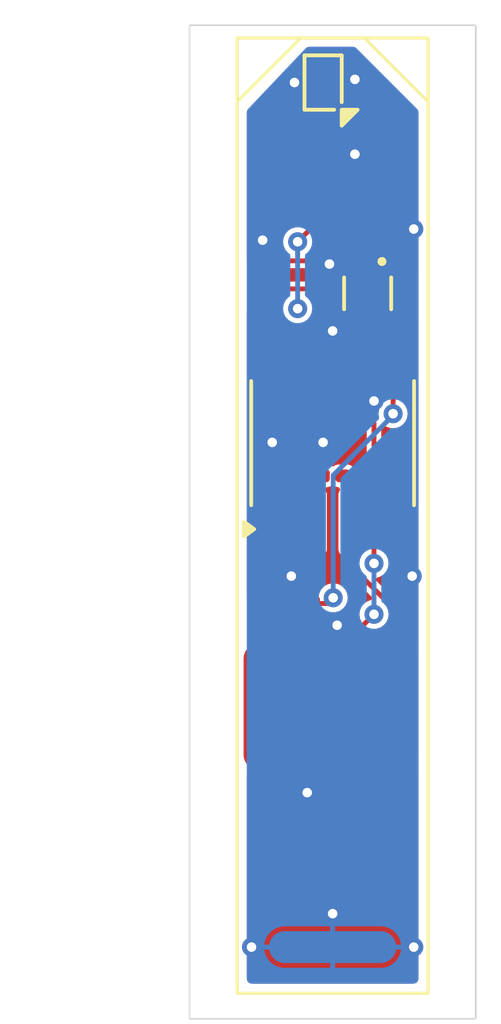
<source format=kicad_pcb>
(kicad_pcb (version 20240108) (generator "pcbnew") (generator_version "8.0")
  (layers (0 "F.Cu" signal) (31 "B.Cu" signal) (34 "B.Paste" user) (35 "F.Paste" user) (36 "B.SilkS" user "B.Silkscreen") (37 "F.SilkS" user "F.Silkscreen") (38 "B.Mask" user) (39 "F.Mask" user) (44 "Edge.Cuts" user))
  (net 0 "")
  (net 1 "+5V")
  (net 2 "GND")
  (net 3 "+3.3V")
  (net 4 "/SCL2")
  (net 5 "/SDA2")
  (net 6 "/SDA1")
  (net 7 "/SCL1")
  (net 9 "Net-(FB101-Pad1)")
  (footprint "0_Pad:Oval_Pad_1.0x4.0mm" (layer "F.Cu") (at 82.7 71)
    (property "Reference" "TP101" (hide yes))
    (property "Value" "P5V")
    (pad "1" smd oval (at 0 0) (size 1 4) (layers "F.Cu" "F.Mask") (net 9 "Net-(FB101-Pad1)"))
  )
  (footprint "Capacitor_SMD:C_0201_0603Metric" (layer "F.Cu") (at 86.1 56.717322 180)
    (property "Reference" "C104" (hide yes))
    (property "Value" "104C6P3")
    (pad "1" smd roundrect (at -0.32 0 180) (size 0.46 0.4) (layers "F.Cu" "F.Mask") (net 3 "+3.3V"))
    (pad "2" smd roundrect (at 0.32 0 180) (size 0.46 0.4) (layers "F.Cu" "F.Mask") (net 2 "GND"))
  )
  (footprint "0_Pad:Oval_Pad_1.0x4.0mm" (layer "F.Cu") (at 85.7 71)
    (property "Reference" "TP103" (hide yes))
    (property "Value" "P5V")
    (pad "1" smd oval (at 0 0) (size 1 4) (layers "F.Cu" "F.Mask") (net 4 "/SCL2"))
  )
  (footprint "0_Pad:Oval_Pad_1.0x4.0mm" (layer "F.Cu") (at 84.2 71)
    (property "Reference" "TP102" (hide yes))
    (property "Value" "P5V")
    (pad "1" smd oval (at 0 0) (size 1 4) (layers "F.Cu" "F.Mask") (net 2 "GND"))
  )
  (footprint "Inductor_SMD:L_0201_0603Metric" (layer "F.Cu") (at 82.8 68.08 90)
    (property "Reference" "FB101" (hide yes))
    (property "Value" "BLM03BX182SN1D")
    (pad "1" smd roundrect (at -0.32 0 90) (size 0.46 0.4) (layers "F.Cu" "F.Mask") (net 9 "Net-(FB101-Pad1)"))
    (pad "2" smd roundrect (at 0.32 0 90) (size 0.46 0.4) (layers "F.Cu" "F.Mask") (net 1 "+5V"))
  )
  (footprint "Resistor_SMD:R_0201_0603Metric" (layer "F.Cu") (at 87.3 58 90)
    (property "Reference" "R103" (hide yes))
    (property "Value" "0")
    (pad "1" smd roundrect (at -0.32 0 90) (size 0.46 0.4) (layers "F.Cu" "F.Mask") (net 1 "+5V"))
    (pad "2" smd roundrect (at 0.32 0 90) (size 0.46 0.4) (layers "F.Cu" "F.Mask") (net 3 "+3.3V"))
  )
  (footprint "0_Pad:Oval_Pad_1.0x4.0mm" (layer "F.Cu") (at 87.2 71)
    (property "Reference" "TP104" (hide yes))
    (property "Value" "P5V")
    (pad "1" smd oval (at 0 0) (size 1 4) (layers "F.Cu" "F.Mask") (net 5 "/SDA2"))
  )
  (footprint "Resistor_SMD:R_0201_0603Metric" (layer "F.Cu") (at 84.6 58.2 -90)
    (property "Reference" "R105" (hide yes))
    (property "Value" "333C1S20")
    (pad "1" smd roundrect (at -0.32 0 270) (size 0.46 0.4) (layers "F.Cu" "F.Mask") (net 1 "+5V"))
    (pad "2" smd roundrect (at 0.32 0 270) (size 0.46 0.4) (layers "F.Cu" "F.Mask") (net 7 "/SCL1"))
  )
  (footprint "Resistor_SMD:R_0201_0603Metric" (layer "F.Cu") (at 83.1 58.2 -90)
    (property "Reference" "R102" (hide yes))
    (property "Value" "333C1S20")
    (pad "1" smd roundrect (at -0.32 0 270) (size 0.46 0.4) (layers "F.Cu" "F.Mask") (net 1 "+5V"))
    (pad "2" smd roundrect (at 0.32 0 270) (size 0.46 0.4) (layers "F.Cu" "F.Mask") (net 6 "/SDA1"))
  )
  (footprint "Package_SON:Texas_X2SON-4_1x1mm_P0.65mm" (layer "F.Cu") (at 86.1 58.02 -90)
    (property "Reference" "U101" (hide yes))
    (property "Value" "TPS7A2033DQN")
    (fp_line (start -0.5 0.74) (end 0.5 0.74) (stroke (width 0.12)) (layer "F.SilkS"))
    (fp_line (start -0.5 -0.74) (end 0.5 -0.74) (stroke (width 0.12)) (layer "F.SilkS"))
    (fp_circle (center -1 -0.45) (end -0.86 -0.46) (fill solid) (layer "F.SilkS"))
    (pad "1" smd custom (at -0.43 -0.325 270) (size 0.148492 0.148492) (layers "F.Cu") (net 3 "+3.3V") (options (clearance outline) (anchor circle)) (primitives (gr_poly (pts (xy 0.23 -0.054289) (xy 0.020711 0.155) (xy -0.23 0.155) (xy -0.23 -0.155) (xy 0.23 -0.155)) (width 0) (fill yes))))
    (pad "2" smd custom (at -0.43 0.325 270) (size 0.148492 0.148492) (layers "F.Cu") (net 2 "GND") (options (clearance outline) (anchor circle)) (primitives (gr_poly (pts (xy 0.23 0.054289) (xy 0.23 0.155) (xy -0.23 0.155) (xy -0.23 -0.155) (xy 0.020711 -0.155)) (width 0) (fill yes))))
    (pad "3" smd custom (at 0.43 0.325 270) (size 0.148492 0.148492) (layers "F.Cu") (net 1 "+5V") (options (clearance outline) (anchor circle)) (primitives (gr_poly (pts (xy 0.23 0.155) (xy -0.23 0.155) (xy -0.23 0.054289) (xy -0.020711 -0.155) (xy 0.23 -0.155)) (width 0) (fill yes))))
    (pad "4" smd custom (at 0.43 -0.325 270) (size 0.148492 0.148492) (layers "F.Cu") (net 1 "+5V") (options (clearance outline) (anchor circle)) (primitives (gr_poly (pts (xy 0.23 0.155) (xy -0.020711 0.155) (xy -0.23 -0.054289) (xy -0.23 -0.155) (xy 0.23 -0.155)) (width 0) (fill yes))))
    (pad "5" smd roundrect (at 0 0 315) (size 0.58 0.58) (layers "F.Cu" "F.Paste" "F.Mask") (net 2 "GND"))
  )
  (footprint "Capacitor_SMD:C_0201_0603Metric" (layer "F.Cu") (at 83.6 68.08 -90)
    (property "Reference" "C102" (hide yes))
    (property "Value" "104C6P3")
    (pad "1" smd roundrect (at -0.32 0 270) (size 0.46 0.4) (layers "F.Cu" "F.Mask") (net 1 "+5V"))
    (pad "2" smd roundrect (at 0.32 0 270) (size 0.46 0.4) (layers "F.Cu" "F.Mask") (net 2 "GND"))
  )
  (footprint "Capacitor_SMD:C_0201_0603Metric" (layer "F.Cu") (at 84.4 68.08 -90)
    (property "Reference" "C101" (hide yes))
    (property "Value" "105C10")
    (pad "1" smd roundrect (at -0.32 0 270) (size 0.46 0.4) (layers "F.Cu" "F.Mask") (net 1 "+5V"))
    (pad "2" smd roundrect (at 0.32 0 270) (size 0.46 0.4) (layers "F.Cu" "F.Mask") (net 2 "GND"))
  )
  (footprint "Resistor_SMD:R_0201_0603Metric" (layer "F.Cu") (at 85 63.75 180)
    (property "Reference" "R101" (hide yes))
    (property "Value" "0")
    (pad "1" smd roundrect (at -0.32 0 180) (size 0.46 0.4) (layers "F.Cu" "F.Mask") (net 5 "/SDA2"))
    (pad "2" smd roundrect (at 0.32 0 180) (size 0.46 0.4) (layers "F.Cu" "F.Mask") (net 6 "/SDA1"))
  )
  (footprint "Package_BGA:Texas_DSBGA-6_0.95x1.488mm_Layout2x3_P0.4mm" (layer "F.Cu") (at 84.7 51.4 180)
    (property "Reference" "U103" (hide yes))
    (property "Value" "TMP119AIYBGR")
    (fp_line (start 0.585 0.854) (end -0.585 0.854) (stroke (width 0.12)) (layer "F.SilkS"))
    (fp_line (start 0.585 -0.854) (end 0.585 0.854) (stroke (width 0.12)) (layer "F.SilkS"))
    (fp_line (start -0.3475 -0.854) (end 0.585 -0.854) (stroke (width 0.12)) (layer "F.SilkS"))
    (fp_line (start -0.585 0.854) (end -0.585 -0.6165) (stroke (width 0.12)) (layer "F.SilkS"))
    (fp_poly (pts (xy -0.585 -0.854) (xy -1.085 -0.854) (xy -0.585 -1.354) (xy -0.585 -0.854)) (stroke (width 0.12)) (fill solid) (layer "F.SilkS"))
    (pad "A1" smd circle (at -0.2 -0.4 180) (size 0.25 0.25) (property pad_prop_bga) (layers "F.Cu" "F.Paste" "F.Mask") (net 6 "/SDA1"))
    (pad "A2" smd circle (at 0.2 -0.4 180) (size 0.25 0.25) (property pad_prop_bga) (layers "F.Cu" "F.Paste" "F.Mask") (net 7 "/SCL1"))
    (pad "B1" smd circle (at -0.2 0 180) (size 0.25 0.25) (property pad_prop_bga) (layers "F.Cu" "F.Paste" "F.Mask") (net 3 "+3.3V"))
    (pad "B2" smd circle (at 0.2 0 180) (size 0.25 0.25) (property pad_prop_bga) (layers "F.Cu" "F.Paste" "F.Mask") (net 2 "GND"))
    (pad "C1" smd circle (at -0.2 0.4 180) (size 0.25 0.25) (property pad_prop_bga) (layers "F.Cu" "F.Paste" "F.Mask") (net 2 "GND"))
    (pad "C2" smd circle (at 0.2 0.4 180) (size 0.25 0.25) (property pad_prop_bga) (layers "F.Cu" "F.Paste" "F.Mask"))
  )
  (footprint "Package_SO:SOIC-8_3.9x4.9mm_P1.27mm" (layer "F.Cu") (at 85 62.725 90)
    (property "Reference" "U102" (hide yes))
    (property "Value" "P82B715DR")
    (fp_line (start 0 -2.56) (end 1.95 -2.56) (stroke (width 0.12)) (layer "F.SilkS"))
    (fp_line (start 0 -2.56) (end -1.95 -2.56) (stroke (width 0.12)) (layer "F.SilkS"))
    (fp_line (start 0 2.56) (end 1.95 2.56) (stroke (width 0.12)) (layer "F.SilkS"))
    (fp_line (start 0 2.56) (end -1.95 2.56) (stroke (width 0.12)) (layer "F.SilkS"))
    (fp_poly (pts (xy -2.7 -2.465) (xy -2.94 -2.795) (xy -2.46 -2.795) (xy -2.7 -2.465)) (stroke (width 0.12)) (fill solid) (layer "F.SilkS"))
    (pad "1" smd roundrect (at -2.475 -1.905 90) (size 1.95 0.6) (layers "F.Cu" "F.Paste" "F.Mask"))
    (pad "2" smd roundrect (at -2.475 -0.635 90) (size 1.95 0.6) (layers "F.Cu" "F.Paste" "F.Mask") (net 6 "/SDA1"))
    (pad "3" smd roundrect (at -2.475 0.635 90) (size 1.95 0.6) (layers "F.Cu" "F.Paste" "F.Mask") (net 5 "/SDA2"))
    (pad "4" smd roundrect (at -2.475 1.905 90) (size 1.95 0.6) (layers "F.Cu" "F.Paste" "F.Mask") (net 2 "GND"))
    (pad "5" smd roundrect (at 2.475 1.905 90) (size 1.95 0.6) (layers "F.Cu" "F.Paste" "F.Mask") (net 1 "+5V"))
    (pad "6" smd roundrect (at 2.475 0.635 90) (size 1.95 0.6) (layers "F.Cu" "F.Paste" "F.Mask") (net 4 "/SCL2"))
    (pad "7" smd roundrect (at 2.475 -0.635 90) (size 1.95 0.6) (layers "F.Cu" "F.Paste" "F.Mask") (net 7 "/SCL1"))
    (pad "8" smd roundrect (at 2.475 -1.905 90) (size 1.95 0.6) (layers "F.Cu" "F.Paste" "F.Mask"))
  )
  (footprint "Capacitor_SMD:C_0201_0603Metric" (layer "F.Cu") (at 86.65 52.455 90)
    (property "Reference" "C103" (hide yes))
    (property "Value" "104C6P3")
    (pad "1" smd roundrect (at -0.32 0 90) (size 0.46 0.4) (layers "F.Cu" "F.Mask") (net 3 "+3.3V"))
    (pad "2" smd roundrect (at 0.32 0 90) (size 0.46 0.4) (layers "F.Cu" "F.Mask") (net 2 "GND"))
  )
  (footprint "Resistor_SMD:R_0201_0603Metric" (layer "F.Cu") (at 85 61.75 180)
    (property "Reference" "R104" (hide yes))
    (property "Value" "0")
    (pad "1" smd roundrect (at -0.32 0 180) (size 0.46 0.4) (layers "F.Cu" "F.Mask") (net 4 "/SCL2"))
    (pad "2" smd roundrect (at 0.32 0 180) (size 0.46 0.4) (layers "F.Cu" "F.Mask") (net 7 "/SCL1"))
  )
  (footprint "0_Pad:Oval_Pad_1.0x4.0mm" (layer "B.Cu") (at 85 78.55 90)
    (property "Reference" "TP105" (hide yes))
    (property "Value" "P5V")
    (pad "1" smd oval (at 0 0 90) (size 1 4) (layers "B.Cu" "B.Mask") (net 2 "GND"))
  )
  (gr_line (start 88 52) (end 86 50) (stroke (width 0.1)) (layer "F.SilkS"))
  (gr_rect (start 82 50) (end 88 80) (stroke (width 0.1)) (fill none) (layer "F.SilkS"))
  (gr_line (start 84 50) (end 86.18 50) (stroke (width 0.1)) (layer "F.SilkS"))
  (gr_line (start 82 52) (end 84 50) (stroke (width 0.1)) (layer "F.SilkS"))
  (gr_rect (start 80.5 49.6) (end 89.5 80.8) (stroke (width 0.05)) (fill none) (layer "Edge.Cuts"))
  (segment (start 86.88 58.32) (end 87.3 58.32) (width 0.1524) (layer "F.Cu") (net 1))
  (segment (start 86.8 59) (end 86.905 59.105) (width 0.1524) (layer "F.Cu") (net 1))
  (segment (start 83.6 67.76) (end 84.4 67.76) (width 0.1524) (layer "F.Cu") (net 1))
  (segment (start 84.4 67.76) (end 84.837681 67.76) (width 0.1524) (layer "F.Cu") (net 1))
  (segment (start 85.775 58.85) (end 85.925 59) (width 0.1524) (layer "F.Cu") (net 1))
  (segment (start 86.425 59) (end 86.425 58.45) (width 0.1524) (layer "F.Cu") (net 1))
  (segment (start 85.45 58.45) (end 84.88 57.88) (width 0.1524) (layer "F.Cu") (net 1))
  (segment (start 84.837681 67.76) (end 85.016866 67.580815) (width 0.1524) (layer "F.Cu") (net 1))
  (segment (start 84.6 57.88) (end 83.1 57.88) (width 0.1524) (layer "F.Cu") (net 1))
  (segment (start 82.8 67.76) (end 83.6 67.76) (width 0.1524) (layer "F.Cu") (net 1))
  (segment (start 86.9 61.4) (end 86.905 61.395) (width 0.1524) (layer "F.Cu") (net 1))
  (segment (start 86.425 58.45) (end 86.75 58.45) (width 0.1524) (layer "F.Cu") (net 1))
  (segment (start 85.925 59) (end 86.425 59) (width 0.1524) (layer "F.Cu") (net 1))
  (segment (start 85.775 58.45) (end 85.775 58.85) (width 0.1524) (layer "F.Cu") (net 1))
  (segment (start 86.425 59) (end 86.8 59) (width 0.1524) (layer "F.Cu") (net 1))
  (segment (start 86.905 61.395) (end 86.905 60.25) (width 0.1524) (layer "F.Cu") (net 1))
  (segment (start 86.75 58.45) (end 86.88 58.32) (width 0.1524) (layer "F.Cu") (net 1))
  (segment (start 84.88 57.88) (end 84.6 57.88) (width 0.1524) (layer "F.Cu") (net 1))
  (segment (start 85.775 58.45) (end 85.45 58.45) (width 0.1524) (layer "F.Cu") (net 1))
  (segment (start 86.905 59.105) (end 86.905 60.25) (width 0.1524) (layer "F.Cu") (net 1))
  (segment (start 86.9 61.8) (end 86.9 61.4) (width 0.1524) (layer "F.Cu") (net 1))
  (via (at 85.016866 67.580815) (size 0.6) (drill 0.3) (layers "F.Cu" "B.Cu") (net 1))
  (via (at 86.9 61.8) (size 0.6) (drill 0.3) (layers "F.Cu" "B.Cu") (net 1))
  (segment (start 86.9 61.7) (end 86.9 61.8) (width 0.1524) (layer "B.Cu") (net 1))
  (segment (start 86.9 61.85) (end 85.016866 63.733134) (width 0.1524) (layer "B.Cu") (net 1))
  (segment (start 86.9 61.8) (end 86.9 61.85) (width 0.1524) (layer "B.Cu") (net 1))
  (segment (start 85.016866 63.733134) (end 85.016866 67.580815) (width 0.1524) (layer "B.Cu") (net 1))
  (via (at 87.55 78.55) (size 0.6) (drill 0.3) (layers "F.Cu" "B.Cu") (net 2))
  (via (at 84.2 73.7) (size 0.6) (drill 0.3) (layers "F.Cu" "B.Cu") (net 2))
  (via (at 85.7 51.3) (size 0.6) (drill 0.3) (layers "F.Cu" "B.Cu") (net 2))
  (via (at 83.1 62.7) (size 0.6) (drill 0.3) (layers "F.Cu" "B.Cu") (net 2))
  (via (at 87.55 56) (size 0.6) (drill 0.3) (layers "F.Cu" "B.Cu") (net 2))
  (via (at 86.3 61.4) (size 0.6) (drill 0.3) (layers "F.Cu" "B.Cu") (net 2))
  (via (at 84.9 57.1) (size 0.6) (drill 0.3) (layers "F.Cu" "B.Cu") (net 2))
  (via (at 84.7 62.7) (size 0.6) (drill 0.3) (layers "F.Cu" "B.Cu") (net 2))
  (via (at 82.45 78.55) (size 0.6) (drill 0.3) (layers "F.Cu" "B.Cu") (net 2))
  (via (at 82.8 56.35) (size 0.6) (drill 0.3) (layers "F.Cu" "B.Cu") (net 2))
  (via (at 85.141505 68.442542) (size 0.6) (drill 0.3) (layers "F.Cu" "B.Cu") (net 2))
  (via (at 85 77.5) (size 0.6) (drill 0.3) (layers "F.Cu" "B.Cu") (net 2))
  (via (at 85 59.2) (size 0.6) (drill 0.3) (layers "F.Cu" "B.Cu") (net 2))
  (via (at 85.7 53.65) (size 0.6) (drill 0.3) (layers "F.Cu" "B.Cu") (net 2))
  (via (at 83.7 66.9) (size 0.6) (drill 0.3) (layers "F.Cu" "B.Cu") (net 2))
  (via (at 83.8 51.4) (size 0.6) (drill 0.3) (layers "F.Cu" "B.Cu") (net 2))
  (via (at 87.5 66.9) (size 0.6) (drill 0.3) (layers "F.Cu" "B.Cu") (net 2))
  (segment (start 86.945 53.07) (end 86.65 52.775) (width 0.1524) (layer "F.Cu") (net 3))
  (segment (start 85.052446 51.4) (end 84.9 51.4) (width 0.1524) (layer "F.Cu") (net 3))
  (segment (start 86.73 57.59) (end 86.82 57.68) (width 0.1524) (layer "F.Cu") (net 3))
  (segment (start 86.425 57.59) (end 86.425 56.722322) (width 0.1524) (layer "F.Cu") (net 3))
  (segment (start 86.42 56.717322) (end 86.827678 56.717322) (width 0.1524) (layer "F.Cu") (net 3))
  (segment (start 86.425 57.59) (end 86.73 57.59) (width 0.1524) (layer "F.Cu") (net 3))
  (segment (start 86.82 57.68) (end 87.3 57.68) (width 0.1524) (layer "F.Cu") (net 3))
  (segment (start 86.945 56.6) (end 86.945 53.07) (width 0.1524) (layer "F.Cu") (net 3))
  (segment (start 86.65 52.775) (end 86.427446 52.775) (width 0.1524) (layer "F.Cu") (net 3))
  (segment (start 86.827678 56.717322) (end 86.945 56.6) (width 0.1524) (layer "F.Cu") (net 3))
  (segment (start 86.427446 52.775) (end 85.052446 51.4) (width 0.1524) (layer "F.Cu") (net 3))
  (segment (start 86.299994 62.099994) (end 86.299994 66.5) (width 0.1524) (layer "F.Cu") (net 4))
  (segment (start 85.635 61.435) (end 86.299994 62.099994) (width 0.1524) (layer "F.Cu") (net 4))
  (segment (start 85.75 71) (end 85.75 68.649994) (width 0.1524) (layer "F.Cu") (net 4))
  (segment (start 85.635 61.435) (end 85.32 61.75) (width 0.1524) (layer "F.Cu") (net 4))
  (segment (start 85.75 68.649994) (end 86.299994 68.1) (width 0.1524) (layer "F.Cu") (net 4))
  (segment (start 85.635 60.25) (end 85.635 61.435) (width 0.1524) (layer "F.Cu") (net 4))
  (via (at 86.299994 68.1) (size 0.6) (drill 0.3) (layers "F.Cu" "B.Cu") (net 4))
  (via (at 86.299994 66.5) (size 0.6) (drill 0.3) (layers "F.Cu" "B.Cu") (net 4))
  (segment (start 86.299994 66.5) (end 86.299994 68.1) (width 0.1524) (layer "B.Cu") (net 4))
  (segment (start 87.2 68.2) (end 87.2 71) (width 0.1524) (layer "F.Cu") (net 5))
  (segment (start 85.635 65.2) (end 85.635 64.065) (width 0.1524) (layer "F.Cu") (net 5))
  (segment (start 85.635 66.635) (end 87.2 68.2) (width 0.1524) (layer "F.Cu") (net 5))
  (segment (start 85.635 65.2) (end 85.635 66.635) (width 0.1524) (layer "F.Cu") (net 5))
  (segment (start 85.635 64.065) (end 85.32 63.75) (width 0.1524) (layer "F.Cu") (net 5))
  (segment (start 82.4 57.35) (end 82.4 58.16) (width 0.1524) (layer "F.Cu") (net 6))
  (segment (start 82.75 57) (end 82.4 57.35) (width 0.1524) (layer "F.Cu") (net 6))
  (segment (start 84.9 56.25) (end 84.15 57) (width 0.1524) (layer "F.Cu") (net 6))
  (segment (start 82.4 58.16) (end 82.76 58.52) (width 0.1524) (layer "F.Cu") (net 6))
  (segment (start 83.1 58.52) (end 83.8 59.22) (width 0.1524) (layer "F.Cu") (net 6))
  (segment (start 84.15 57) (end 82.75 57) (width 0.1524) (layer "F.Cu") (net 6))
  (segment (start 84.365 64.065) (end 84.68 63.75) (width 0.1524) (layer "F.Cu") (net 6))
  (segment (start 83.8 63.5) (end 84.365 64.065) (width 0.1524) (layer "F.Cu") (net 6))
  (segment (start 83.8 59.22) (end 83.8 63.5) (width 0.1524) (layer "F.Cu") (net 6))
  (segment (start 84.9 51.8) (end 84.9 56.25) (width 0.1524) (layer "F.Cu") (net 6))
  (segment (start 82.76 58.52) (end 83.1 58.52) (width 0.1524) (layer "F.Cu") (net 6))
  (segment (start 84.365 65.2) (end 84.365 64.065) (width 0.1524) (layer "F.Cu") (net 6))
  (segment (start 84.365 60.25) (end 84.365 59.1064) (width 0.1524) (layer "F.Cu") (net 7))
  (segment (start 84.5 51.8) (end 84.5 55.8) (width 0.1524) (layer "F.Cu") (net 7))
  (segment (start 83.92 58.52) (end 83.9 58.5) (width 0.1524) (layer "F.Cu") (net 7))
  (segment (start 84.5 55.8) (end 83.9 56.4) (width 0.1524) (layer "F.Cu") (net 7))
  (segment (start 84.365 60.25) (end 84.365 61.435) (width 0.1524) (layer "F.Cu") (net 7))
  (segment (start 84.6 58.8714) (end 84.6 58.52) (width 0.1524) (layer "F.Cu") (net 7))
  (segment (start 84.365 59.1064) (end 84.6 58.8714) (width 0.1524) (layer "F.Cu") (net 7))
  (segment (start 84.365 61.435) (end 84.68 61.75) (width 0.1524) (layer "F.Cu") (net 7))
  (via (at 83.9 58.5) (size 0.6) (drill 0.3) (layers "F.Cu" "B.Cu") (net 7))
  (via (at 83.9 56.4) (size 0.6) (drill 0.3) (layers "F.Cu" "B.Cu") (net 7))
  (segment (start 83.9 58.5) (end 83.9 56.4) (width 0.1524) (layer "B.Cu") (net 7))
  (segment (start 82.8 68.7) (end 82.8 68.4) (width 0.1524) (layer "F.Cu") (net 9))
  (segment (start 82.7 68.8) (end 82.8 68.7) (width 0.1524) (layer "F.Cu") (net 9))
  (segment (start 82.7 70.9) (end 82.7 68.8) (width 0.1524) (layer "F.Cu") (net 9))
  (zone (net 2) (net_name "GND") (layers "F&B.Cu") (connect_pads (clearance 0.1524)) (min_thickness 0.1524) (fill yes (thermal_gap 0.1524) (thermal_bridge_width 0.1524) (smoothing fillet) (radius 0.1524))
    (polygon (pts (xy 84.2 50.275) (xy 82.3 52.275) (xy 82.3 79.7) (xy 87.7 79.7) (xy 87.7 52.275) (xy 85.7 50.275)))
  )
)
</source>
